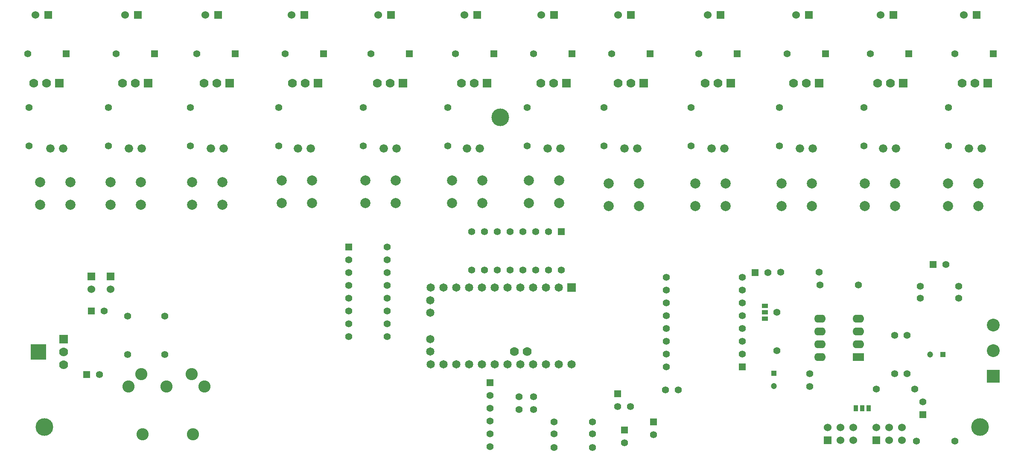
<source format=gts>
G04 (created by PCBNEW (2013-07-07 BZR 4022)-stable) date 13/07/2014 09:51:17*
%MOIN*%
G04 Gerber Fmt 3.4, Leading zero omitted, Abs format*
%FSLAX34Y34*%
G01*
G70*
G90*
G04 APERTURE LIST*
%ADD10C,0.00590551*%
%ADD11R,0.065X0.065*%
%ADD12C,0.065*%
%ADD13C,0.07*%
%ADD14R,0.06X0.06*%
%ADD15C,0.06*%
%ADD16R,0.07X0.07*%
%ADD17R,0.12X0.12*%
%ADD18C,0.055*%
%ADD19C,0.066*%
%ADD20R,0.055X0.055*%
%ADD21R,0.1X0.1*%
%ADD22C,0.1*%
%ADD23C,0.095*%
%ADD24C,0.0787402*%
%ADD25R,0.09X0.062*%
%ADD26O,0.09X0.062*%
%ADD27C,0.137795*%
%ADD28R,0.0393701X0.0393701*%
%ADD29C,0.0472441*%
%ADD30R,0.038X0.05*%
%ADD31R,0.05X0.038*%
G04 APERTURE END LIST*
G54D10*
G54D11*
X59100Y-46050D03*
G54D12*
X58100Y-46050D03*
X57100Y-46050D03*
X56100Y-46050D03*
X55100Y-46050D03*
X54100Y-46050D03*
X53100Y-46050D03*
X52100Y-46050D03*
X51100Y-46050D03*
X50100Y-46050D03*
X49100Y-46050D03*
X48100Y-46050D03*
X48072Y-47042D03*
X48072Y-48026D03*
X48072Y-50073D03*
X48072Y-51057D03*
X48100Y-52050D03*
X49100Y-52050D03*
X50100Y-52050D03*
X51100Y-52050D03*
X52100Y-52050D03*
X53100Y-52050D03*
X54100Y-52050D03*
X55100Y-52050D03*
X56100Y-52050D03*
X57100Y-52050D03*
X58100Y-52050D03*
X59100Y-52050D03*
G54D13*
X55631Y-51057D03*
X54647Y-51057D03*
G54D14*
X79100Y-58000D03*
G54D15*
X79100Y-57000D03*
X80100Y-58000D03*
X80100Y-57000D03*
X81100Y-58000D03*
X81100Y-57000D03*
G54D13*
X19450Y-52100D03*
X19450Y-51100D03*
G54D16*
X19450Y-50100D03*
G54D17*
X17481Y-51100D03*
G54D18*
X49450Y-35000D03*
X49450Y-32000D03*
X16750Y-35000D03*
X16750Y-32000D03*
X22950Y-35000D03*
X22950Y-32000D03*
X29350Y-35000D03*
X29350Y-32000D03*
X36250Y-35000D03*
X36250Y-32000D03*
X42850Y-35000D03*
X42850Y-32000D03*
X88550Y-35000D03*
X88550Y-32000D03*
X81950Y-35000D03*
X81950Y-32000D03*
X55650Y-35000D03*
X55650Y-32000D03*
X61650Y-35000D03*
X61650Y-32000D03*
X68450Y-35000D03*
X68450Y-32000D03*
X75350Y-35000D03*
X75350Y-32000D03*
G54D19*
X30950Y-35200D03*
X31950Y-35200D03*
X76950Y-35200D03*
X77950Y-35200D03*
X37750Y-35200D03*
X38750Y-35200D03*
X24550Y-35200D03*
X25550Y-35200D03*
X90150Y-35200D03*
X91150Y-35200D03*
X70050Y-35200D03*
X71050Y-35200D03*
X18400Y-35200D03*
X19400Y-35200D03*
X44450Y-35200D03*
X45450Y-35200D03*
X83450Y-35200D03*
X84450Y-35200D03*
X50950Y-35200D03*
X51950Y-35200D03*
X63250Y-35200D03*
X64250Y-35200D03*
X57250Y-35200D03*
X58250Y-35200D03*
G54D20*
X46450Y-27800D03*
G54D18*
X43450Y-27800D03*
G54D20*
X85450Y-27800D03*
G54D18*
X82450Y-27800D03*
G54D20*
X65250Y-27800D03*
G54D18*
X62250Y-27800D03*
G54D20*
X19650Y-27800D03*
G54D18*
X16650Y-27800D03*
G54D20*
X26550Y-27800D03*
G54D18*
X23550Y-27800D03*
G54D20*
X92050Y-27800D03*
G54D18*
X89050Y-27800D03*
G54D20*
X78950Y-27800D03*
G54D18*
X75950Y-27800D03*
G54D20*
X59150Y-27800D03*
G54D18*
X56150Y-27800D03*
G54D20*
X32850Y-27800D03*
G54D18*
X29850Y-27800D03*
G54D20*
X72050Y-27800D03*
G54D18*
X69050Y-27800D03*
G54D20*
X39750Y-27800D03*
G54D18*
X36750Y-27800D03*
G54D20*
X53050Y-27800D03*
G54D18*
X50050Y-27800D03*
G54D13*
X37300Y-30100D03*
X38300Y-30100D03*
G54D16*
X39300Y-30100D03*
G54D13*
X89600Y-30100D03*
X90600Y-30100D03*
G54D16*
X91600Y-30100D03*
G54D13*
X17100Y-30100D03*
X18100Y-30100D03*
G54D16*
X19100Y-30100D03*
G54D13*
X24050Y-30100D03*
X25050Y-30100D03*
G54D16*
X26050Y-30100D03*
G54D13*
X30400Y-30100D03*
X31400Y-30100D03*
G54D16*
X32400Y-30100D03*
G54D13*
X43950Y-30100D03*
X44950Y-30100D03*
G54D16*
X45950Y-30100D03*
G54D13*
X50500Y-30100D03*
X51500Y-30100D03*
G54D16*
X52500Y-30100D03*
G54D13*
X56700Y-30100D03*
X57700Y-30100D03*
G54D16*
X58700Y-30100D03*
G54D13*
X62750Y-30100D03*
X63750Y-30100D03*
G54D16*
X64750Y-30100D03*
G54D13*
X69550Y-30100D03*
X70550Y-30100D03*
G54D16*
X71550Y-30100D03*
G54D13*
X76450Y-30100D03*
X77450Y-30100D03*
G54D16*
X78450Y-30100D03*
G54D13*
X83000Y-30100D03*
X84000Y-30100D03*
G54D16*
X85000Y-30100D03*
G54D21*
X92050Y-53000D03*
G54D22*
X92050Y-51000D03*
X92050Y-49000D03*
G54D23*
X24515Y-53787D03*
X27468Y-53787D03*
X30421Y-53787D03*
X25500Y-52803D03*
X29437Y-52803D03*
X25598Y-57527D03*
X29535Y-57527D03*
G54D18*
X27350Y-48300D03*
X27350Y-51300D03*
X24450Y-48300D03*
X24450Y-51300D03*
X60750Y-56550D03*
X57750Y-56550D03*
X57750Y-57500D03*
X60750Y-57500D03*
X57750Y-58550D03*
X60750Y-58550D03*
G54D20*
X52750Y-53500D03*
G54D18*
X52750Y-54500D03*
X52750Y-55500D03*
X52750Y-56500D03*
X52750Y-57500D03*
X52750Y-58500D03*
G54D20*
X72452Y-52250D03*
G54D18*
X72452Y-51250D03*
X72452Y-50250D03*
X72452Y-49250D03*
X72452Y-48250D03*
X72452Y-47250D03*
X72452Y-46250D03*
X72452Y-45250D03*
X66500Y-45250D03*
X66500Y-46250D03*
X66500Y-47250D03*
X66500Y-48250D03*
X66500Y-49250D03*
X66500Y-50250D03*
X66500Y-51250D03*
X66500Y-52250D03*
G54D20*
X21250Y-52850D03*
G54D18*
X22250Y-52850D03*
G54D20*
X21600Y-47900D03*
G54D18*
X22600Y-47900D03*
G54D14*
X23100Y-45200D03*
G54D15*
X23100Y-46200D03*
G54D14*
X21600Y-45200D03*
G54D15*
X21600Y-46200D03*
G54D24*
X88515Y-37926D03*
X90877Y-37926D03*
X88515Y-39698D03*
X90877Y-39698D03*
X43015Y-37676D03*
X45377Y-37676D03*
X43015Y-39448D03*
X45377Y-39448D03*
X82015Y-37926D03*
X84377Y-37926D03*
X82015Y-39698D03*
X84377Y-39698D03*
X49765Y-37676D03*
X52127Y-37676D03*
X49765Y-39448D03*
X52127Y-39448D03*
X36465Y-37676D03*
X38827Y-37676D03*
X36465Y-39448D03*
X38827Y-39448D03*
X75515Y-37926D03*
X77877Y-37926D03*
X75515Y-39698D03*
X77877Y-39698D03*
X55765Y-37676D03*
X58127Y-37676D03*
X55765Y-39448D03*
X58127Y-39448D03*
X29465Y-37826D03*
X31827Y-37826D03*
X29465Y-39598D03*
X31827Y-39598D03*
X23115Y-37826D03*
X25477Y-37826D03*
X23115Y-39598D03*
X25477Y-39598D03*
X68765Y-37926D03*
X71127Y-37926D03*
X68765Y-39698D03*
X71127Y-39698D03*
X62015Y-37926D03*
X64377Y-37926D03*
X62015Y-39698D03*
X64377Y-39698D03*
X17615Y-37826D03*
X19977Y-37826D03*
X17615Y-39598D03*
X19977Y-39598D03*
G54D18*
X85300Y-52800D03*
X85300Y-49800D03*
X84350Y-49800D03*
X84350Y-52800D03*
X75450Y-44850D03*
X78450Y-44850D03*
X75150Y-48000D03*
X75150Y-51000D03*
X81500Y-45850D03*
X78500Y-45850D03*
X89350Y-45950D03*
X86350Y-45950D03*
X86350Y-46900D03*
X89350Y-46900D03*
G54D25*
X81500Y-51500D03*
G54D26*
X81500Y-50500D03*
X81500Y-49500D03*
X81500Y-48500D03*
X78500Y-48500D03*
X78500Y-49500D03*
X78500Y-50500D03*
X78500Y-51500D03*
G54D18*
X77700Y-52800D03*
X77700Y-53800D03*
X55000Y-54600D03*
X55000Y-55600D03*
X56150Y-54600D03*
X56150Y-55600D03*
X66450Y-54050D03*
X67450Y-54050D03*
G54D20*
X87350Y-44250D03*
G54D18*
X88350Y-44250D03*
G54D20*
X62700Y-54350D03*
G54D18*
X62700Y-55350D03*
X63700Y-55350D03*
X85900Y-54000D03*
X82900Y-54000D03*
X89050Y-58050D03*
X86050Y-58050D03*
G54D14*
X82900Y-58000D03*
G54D15*
X82900Y-57000D03*
X83900Y-58000D03*
X83900Y-57000D03*
X84900Y-58000D03*
X84900Y-57000D03*
G54D20*
X63250Y-57200D03*
G54D18*
X63250Y-58200D03*
G54D20*
X65500Y-56550D03*
G54D18*
X65500Y-57550D03*
G54D20*
X73450Y-44900D03*
G54D18*
X74450Y-44900D03*
G54D20*
X86550Y-56000D03*
G54D18*
X86550Y-55000D03*
G54D14*
X31500Y-24750D03*
G54D15*
X30500Y-24750D03*
G54D14*
X57750Y-24750D03*
G54D15*
X56750Y-24750D03*
G54D14*
X70750Y-24750D03*
G54D15*
X69750Y-24750D03*
G54D14*
X25250Y-24750D03*
G54D15*
X24250Y-24750D03*
G54D14*
X51750Y-24750D03*
G54D15*
X50750Y-24750D03*
G54D14*
X84250Y-24750D03*
G54D15*
X83250Y-24750D03*
G54D14*
X77650Y-24750D03*
G54D15*
X76650Y-24750D03*
G54D14*
X90750Y-24750D03*
G54D15*
X89750Y-24750D03*
G54D14*
X18250Y-24750D03*
G54D15*
X17250Y-24750D03*
G54D14*
X38250Y-24750D03*
G54D15*
X37250Y-24750D03*
G54D14*
X63750Y-24750D03*
G54D15*
X62750Y-24750D03*
G54D14*
X45000Y-24750D03*
G54D15*
X44000Y-24750D03*
G54D27*
X53550Y-32750D03*
X17950Y-56950D03*
X91000Y-56950D03*
G54D28*
X88092Y-51300D03*
G54D29*
X87107Y-51300D03*
G54D28*
X74900Y-52757D03*
G54D29*
X74900Y-53742D03*
G54D30*
X81300Y-55500D03*
X81800Y-55500D03*
X82300Y-55500D03*
G54D31*
X74200Y-47500D03*
X74200Y-48000D03*
X74200Y-48500D03*
G54D20*
X58300Y-41700D03*
G54D18*
X57300Y-41700D03*
X56300Y-41700D03*
X55300Y-41700D03*
X54300Y-41700D03*
X53300Y-41700D03*
X52300Y-41700D03*
X51300Y-41700D03*
X51300Y-44700D03*
X52300Y-44700D03*
X53300Y-44700D03*
X54300Y-44700D03*
X55300Y-44700D03*
X56300Y-44700D03*
X57300Y-44700D03*
X58300Y-44700D03*
G54D20*
X41700Y-42900D03*
G54D18*
X41700Y-43900D03*
X41700Y-44900D03*
X41700Y-45900D03*
X41700Y-46900D03*
X41700Y-47900D03*
X41700Y-48900D03*
X41700Y-49900D03*
X44700Y-49900D03*
X44700Y-48900D03*
X44700Y-47900D03*
X44700Y-46900D03*
X44700Y-45900D03*
X44700Y-44900D03*
X44700Y-43900D03*
X44700Y-42900D03*
M02*

</source>
